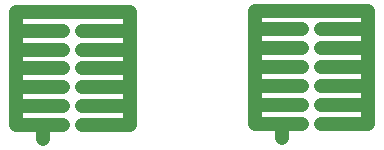
<source format=gbr>
%TF.GenerationSoftware,KiCad,Pcbnew,8.0.8*%
%TF.CreationDate,2025-07-26T16:54:29+12:00*%
%TF.ProjectId,esf1,65736631-2e6b-4696-9361-645f70636258,rev?*%
%TF.SameCoordinates,Original*%
%TF.FileFunction,Copper,L1,Top*%
%TF.FilePolarity,Positive*%
%FSLAX46Y46*%
G04 Gerber Fmt 4.6, Leading zero omitted, Abs format (unit mm)*
G04 Created by KiCad (PCBNEW 8.0.8) date 2025-07-26 16:54:29*
%MOMM*%
%LPD*%
G01*
G04 APERTURE LIST*
%TA.AperFunction,Conductor*%
%ADD10C,1.200000*%
%TD*%
G04 APERTURE END LIST*
D10*
%TO.N,*%
X-14902400Y4700000D02*
X-14902400Y-4899999D01*
X14897599Y4800000D02*
X14897599Y-4799999D01*
X10897600Y-1600000D02*
X14897600Y-1600000D01*
X-14902400Y-100000D02*
X-10902400Y-100000D01*
X10897600Y-3199999D02*
X14897600Y-3199999D01*
X-9302400Y-1700000D02*
X-5302400Y-1700000D01*
X-9302400Y1500000D02*
X-5302400Y1500000D01*
X5297600Y-3199999D02*
X9297600Y-3199999D01*
X10897600Y-4800000D02*
X14897600Y-4800000D01*
X-9302400Y-3299999D02*
X-5302400Y-3299999D01*
X-5302401Y4700000D02*
X-5302401Y-4899999D01*
X5297600Y-1600000D02*
X9297600Y-1600000D01*
X10897600Y1600000D02*
X14897600Y1600000D01*
X-14902400Y1500000D02*
X-10902400Y1500000D01*
X10897600Y3200000D02*
X14897600Y3200000D01*
X5297600Y4800000D02*
X5297600Y-4799999D01*
X-12602400Y-5100000D02*
X-12602400Y-6100000D01*
X5297600Y3200000D02*
X9297600Y3200000D01*
X10897600Y0D02*
X14897600Y0D01*
X5297600Y1600000D02*
X9297600Y1600000D01*
X-14902400Y4700000D02*
X-5302401Y4700000D01*
X-9302400Y3100000D02*
X-5302400Y3100000D01*
X-14902400Y-4900000D02*
X-10902400Y-4900000D01*
X-14902400Y3100000D02*
X-10902400Y3100000D01*
X5297600Y4800000D02*
X14897599Y4800000D01*
X-14902400Y-3299999D02*
X-10902400Y-3299999D01*
X-9302400Y-100000D02*
X-5302400Y-100000D01*
X-14902400Y-1700000D02*
X-10902400Y-1700000D01*
X5297600Y0D02*
X9297600Y0D01*
X7597600Y-5000000D02*
X7597600Y-6000000D01*
X-9302400Y-4900000D02*
X-5302400Y-4900000D01*
X5297600Y-4800000D02*
X9297600Y-4800000D01*
%TD*%
M02*

</source>
